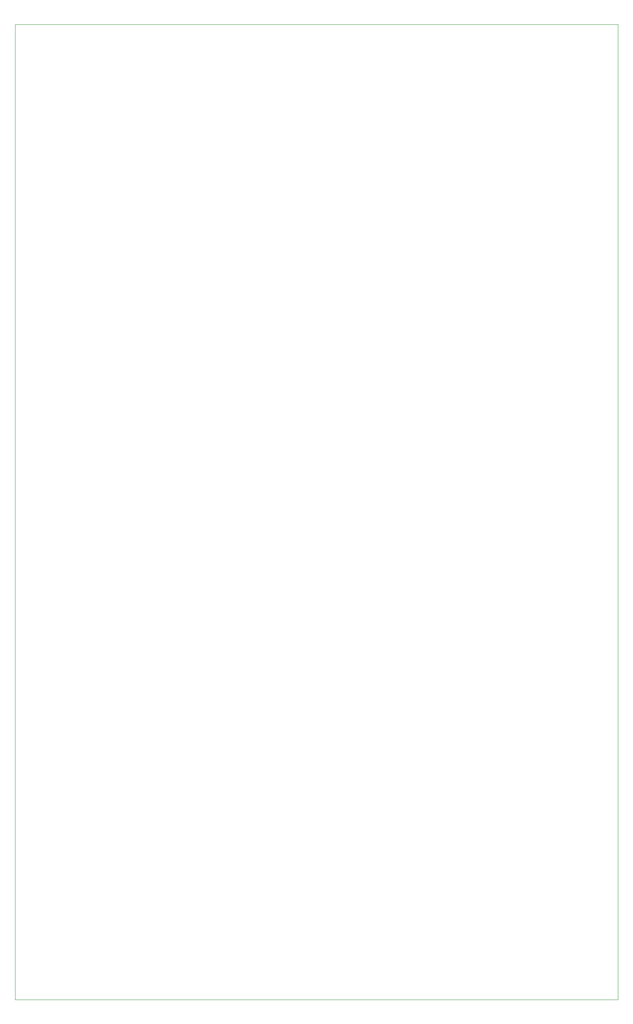
<source format=gm1>
G04 #@! TF.GenerationSoftware,KiCad,Pcbnew,6.0.5+dfsg-1~bpo11+1*
G04 #@! TF.CreationDate,2023-02-06T17:01:20+00:00*
G04 #@! TF.ProjectId,VCF_VCA_BBD_board,5643465f-5643-4415-9f42-42445f626f61,1.0*
G04 #@! TF.SameCoordinates,Original*
G04 #@! TF.FileFunction,Profile,NP*
%FSLAX46Y46*%
G04 Gerber Fmt 4.6, Leading zero omitted, Abs format (unit mm)*
G04 Created by KiCad (PCBNEW 6.0.5+dfsg-1~bpo11+1) date 2023-02-06 17:01:20*
%MOMM*%
%LPD*%
G01*
G04 APERTURE LIST*
G04 #@! TA.AperFunction,Profile*
%ADD10C,0.050000*%
G04 #@! TD*
G04 APERTURE END LIST*
D10*
X172720000Y-25400000D02*
X40640000Y-25400000D01*
X172720000Y-238760000D02*
X172720000Y-25400000D01*
X40640000Y-25400000D02*
X40640000Y-238760000D01*
X40640000Y-238760000D02*
X172720000Y-238760000D01*
M02*

</source>
